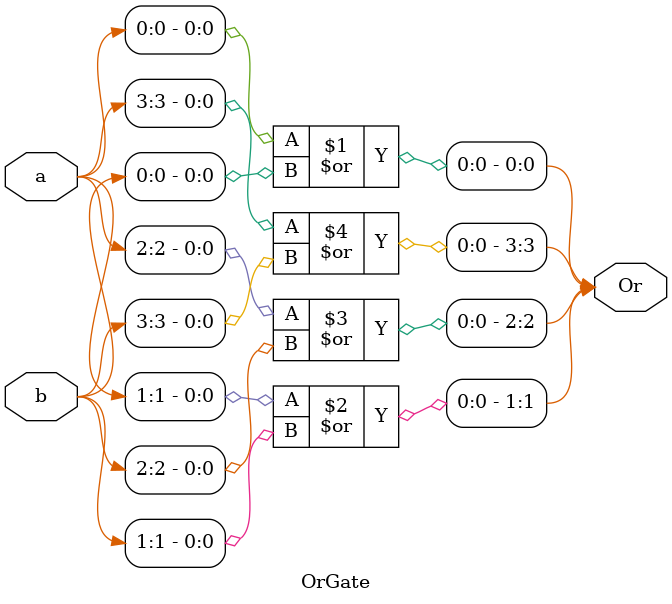
<source format=v>
module OrGate(input[3:0]a,b,output [3:0] Or);
// take 2 number with 4 bit and oring them 
or(Or[0],a[0],b[0]);
or(Or[1],a[1],b[1]);
or(Or[2],a[2],b[2]);
or(Or[3],a[3],b[3]);
// shaimaa dar taha
endmodule

</source>
